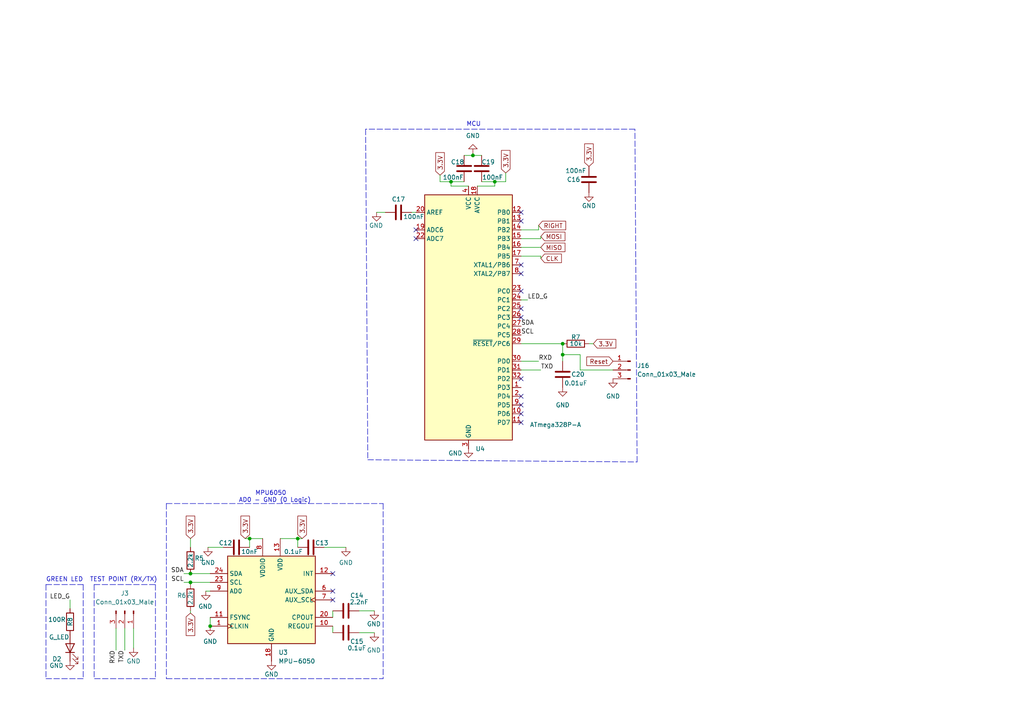
<source format=kicad_sch>
(kicad_sch (version 20211123) (generator eeschema)
  (paper "A4")
  (lib_symbols
    (symbol "Connector:Conn_01x03_Male" (pin_names (offset 1.016) hide)
      (property "Reference" "J" (at 0 5.08 0))
      (property "Value" "Conn_01x03_Male" (at 0 -5.08 0))
      (symbol "Conn_01x03_Male_1_1"
        (polyline (pts (xy 1.27 -2.54) (xy 0.8636 -2.54)) (stroke (width 0.1524)))
        (polyline (pts (xy 1.27 0) (xy 0.8636 0)) (stroke (width 0.1524)))
        (polyline (pts (xy 1.27 2.54) (xy 0.8636 2.54)) (stroke (width 0.1524)))
        (rectangle (start 0.8636 -2.413) (end 0 -2.667) (stroke (width 0.1524)) (fill (type outline)))
        (rectangle (start 0.8636 0.127) (end 0 -0.127) (stroke (width 0.1524)) (fill (type outline)))
        (rectangle (start 0.8636 2.667) (end 0 2.413) (stroke (width 0.1524)) (fill (type outline)))
        (pin passive line (at 5.08 2.54 180) (length 3.81) (name "Pin_1") (number "1"))
        (pin passive line (at 5.08 0 180) (length 3.81) (name "Pin_2") (number "2"))
        (pin passive line (at 5.08 -2.54 180) (length 3.81) (name "Pin_3") (number "3"))
      )
    )
    (symbol "Device:C" (pin_numbers hide) (pin_names (offset 0.254))
      (property "Reference" "C" (at 0.635 2.54 0))
      (property "Value" "C" (at 0.635 -2.54 0))
      (symbol "C_0_1"
        (polyline (pts (xy -2.032 -0.762) (xy 2.032 -0.762)) (stroke (width 0.508)))
        (polyline (pts (xy -2.032 0.762) (xy 2.032 0.762)) (stroke (width 0.508)))
      )
      (symbol "C_1_1"
        (pin passive line (at 0 3.81 270) (length 2.794) (name "~") (number "1"))
        (pin passive line (at 0 -3.81 90) (length 2.794) (name "~") (number "2"))
      )
    )
    (symbol "Device:LED" (pin_numbers hide) (pin_names (offset 1.016) hide)
      (property "Reference" "D" (at 0 2.54 0))
      (property "Value" "LED" (at 0 -2.54 0))
      (symbol "LED_0_1"
        (polyline (pts (xy -1.27 -1.27) (xy -1.27 1.27)) (stroke (width 0.254)))
        (polyline (pts (xy -1.27 0) (xy 1.27 0)))
        (polyline (pts (xy 1.27 -1.27) (xy 1.27 1.27) (xy -1.27 0) (xy 1.27 -1.27)) (stroke (width 0.254)))
        (polyline (pts (xy -3.048 -0.762) (xy -4.572 -2.286) (xy -3.81 -2.286) (xy -4.572 -2.286) (xy -4.572 -1.524)))
        (polyline (pts (xy -1.778 -0.762) (xy -3.302 -2.286) (xy -2.54 -2.286) (xy -3.302 -2.286) (xy -3.302 -1.524)))
      )
      (symbol "LED_1_1"
        (pin passive line (at -3.81 0 0) (length 2.54) (name "K") (number "1"))
        (pin passive line (at 3.81 0 180) (length 2.54) (name "A") (number "2"))
      )
    )
    (symbol "Device:R" (pin_numbers hide) (pin_names (offset 0))
      (property "Reference" "R" (at 2.032 0 90))
      (property "Value" "R" (at 0 0 90))
      (symbol "R_0_1"
        (rectangle (start -1.016 -2.54) (end 1.016 2.54) (stroke (width 0.254)))
      )
      (symbol "R_1_1"
        (pin passive line (at 0 3.81 270) (length 1.27) (name "~") (number "1"))
        (pin passive line (at 0 -3.81 90) (length 1.27) (name "~") (number "2"))
      )
    )
    (symbol "MCU_Microchip_ATmega:ATmega328P-A"
      (property "Reference" "U" (at -12.7 36.83 0))
      (property "Value" "ATmega328P-A" (at 2.54 -36.83 0))
      (symbol "ATmega328P-A_0_1"
        (rectangle (start -12.7 -35.56) (end 12.7 35.56) (stroke (width 0.254)) (fill (type background)))
      )
      (symbol "ATmega328P-A_1_1"
        (pin bidirectional line (at 15.24 -20.32 180) (length 2.54) (name "PD3") (number "1"))
        (pin bidirectional line (at 15.24 -27.94 180) (length 2.54) (name "PD6") (number "10"))
        (pin bidirectional line (at 15.24 -30.48 180) (length 2.54) (name "PD7") (number "11"))
        (pin bidirectional line (at 15.24 30.48 180) (length 2.54) (name "PB0") (number "12"))
        (pin bidirectional line (at 15.24 27.94 180) (length 2.54) (name "PB1") (number "13"))
        (pin bidirectional line (at 15.24 25.4 180) (length 2.54) (name "PB2") (number "14"))
        (pin bidirectional line (at 15.24 22.86 180) (length 2.54) (name "PB3") (number "15"))
        (pin bidirectional line (at 15.24 20.32 180) (length 2.54) (name "PB4") (number "16"))
        (pin bidirectional line (at 15.24 17.78 180) (length 2.54) (name "PB5") (number "17"))
        (pin power_in line (at 2.54 38.1 270) (length 2.54) (name "AVCC") (number "18"))
        (pin input line (at -15.24 25.4 0) (length 2.54) (name "ADC6") (number "19"))
        (pin bidirectional line (at 15.24 -22.86 180) (length 2.54) (name "PD4") (number "2"))
        (pin passive line (at -15.24 30.48 0) (length 2.54) (name "AREF") (number "20"))
        (pin passive line (at 0 -38.1 90) (length 2.54) hide (name "GND") (number "21"))
        (pin input line (at -15.24 22.86 0) (length 2.54) (name "ADC7") (number "22"))
        (pin bidirectional line (at 15.24 7.62 180) (length 2.54) (name "PC0") (number "23"))
        (pin bidirectional line (at 15.24 5.08 180) (length 2.54) (name "PC1") (number "24"))
        (pin bidirectional line (at 15.24 2.54 180) (length 2.54) (name "PC2") (number "25"))
        (pin bidirectional line (at 15.24 0 180) (length 2.54) (name "PC3") (number "26"))
        (pin bidirectional line (at 15.24 -2.54 180) (length 2.54) (name "PC4") (number "27"))
        (pin bidirectional line (at 15.24 -5.08 180) (length 2.54) (name "PC5") (number "28"))
        (pin bidirectional line (at 15.24 -7.62 180) (length 2.54) (name "~{RESET}/PC6") (number "29"))
        (pin power_in line (at 0 -38.1 90) (length 2.54) (name "GND") (number "3"))
        (pin bidirectional line (at 15.24 -12.7 180) (length 2.54) (name "PD0") (number "30"))
        (pin bidirectional line (at 15.24 -15.24 180) (length 2.54) (name "PD1") (number "31"))
        (pin bidirectional line (at 15.24 -17.78 180) (length 2.54) (name "PD2") (number "32"))
        (pin power_in line (at 0 38.1 270) (length 2.54) (name "VCC") (number "4"))
        (pin passive line (at 0 -38.1 90) (length 2.54) hide (name "GND") (number "5"))
        (pin passive line (at 0 38.1 270) (length 2.54) hide (name "VCC") (number "6"))
        (pin bidirectional line (at 15.24 15.24 180) (length 2.54) (name "XTAL1/PB6") (number "7"))
        (pin bidirectional line (at 15.24 12.7 180) (length 2.54) (name "XTAL2/PB7") (number "8"))
        (pin bidirectional line (at 15.24 -25.4 180) (length 2.54) (name "PD5") (number "9"))
      )
    )
    (symbol "Sensor_Motion:MPU-6050"
      (property "Reference" "U" (at -11.43 13.97 0))
      (property "Value" "MPU-6050" (at 7.62 -13.97 0))
      (symbol "MPU-6050_0_1"
        (rectangle (start -12.7 12.7) (end 12.7 -12.7) (stroke (width 0.254)) (fill (type background)))
      )
      (symbol "MPU-6050_1_1"
        (pin input clock (at -17.78 -7.62 0) (length 5.08) (name "CLKIN") (number "1"))
        (pin passive line (at 17.78 -7.62 180) (length 5.08) (name "REGOUT") (number "10"))
        (pin input line (at -17.78 -5.08 0) (length 5.08) (name "FSYNC") (number "11"))
        (pin output line (at 17.78 7.62 180) (length 5.08) (name "INT") (number "12"))
        (pin power_in line (at 2.54 17.78 270) (length 5.08) (name "VDD") (number "13"))
        (pin power_in line (at 0 -17.78 90) (length 5.08) (name "GND") (number "18"))
        (pin passive line (at 17.78 -5.08 180) (length 5.08) (name "CPOUT") (number "20"))
        (pin input line (at -17.78 5.08 0) (length 5.08) (name "SCL") (number "23"))
        (pin bidirectional line (at -17.78 7.62 0) (length 5.08) (name "SDA") (number "24"))
        (pin bidirectional line (at 17.78 2.54 180) (length 5.08) (name "AUX_SDA") (number "6"))
        (pin output clock (at 17.78 0 180) (length 5.08) (name "AUX_SCL") (number "7"))
        (pin power_in line (at -2.54 17.78 270) (length 5.08) (name "VDDIO") (number "8"))
        (pin input line (at -17.78 2.54 0) (length 5.08) (name "AD0") (number "9"))
      )
    )
    (symbol "power:GND" (power) (pin_names (offset 0))
      (property "Value" "GND" (at 0 -3.81 0))
      (symbol "GND_0_1"
        (polyline (pts (xy 0 0) (xy 0 -1.27) (xy 1.27 -1.27) (xy 0 -2.54) (xy -1.27 -1.27) (xy 0 -1.27)))
      )
      (symbol "GND_1_1"
        (pin power_in line (at 0 0 270) (length 0) hide (name "GND") (number "1"))
      )
    )
  )
  (junction (at 55.245 168.91))
  (junction (at 72.39 156.21))
  (junction (at 130.81 52.705))
  (junction (at 137.16 45.085))
  (junction (at 60.96 181.61))
  (junction (at 55.245 166.37))
  (junction (at 163.195 99.695))
  (junction (at 143.51 52.705))
  (junction (at 86.36 156.21))
  (junction (at 163.195 102.87))
  (no_connect (at 151.13 84.455))
  (no_connect (at 151.13 92.075))
  (no_connect (at 151.13 89.535))
  (no_connect (at 151.13 64.135))
  (no_connect (at 151.13 61.595))
  (no_connect (at 151.13 114.935))
  (no_connect (at 151.13 109.855))
  (no_connect (at 151.13 117.475))
  (no_connect (at 151.13 120.015))
  (no_connect (at 120.65 69.215))
  (no_connect (at 151.13 76.835))
  (no_connect (at 151.13 79.375))
  (no_connect (at 96.52 173.99))
  (no_connect (at 96.52 171.45))
  (no_connect (at 151.13 122.555))
  (no_connect (at 96.52 166.37))
  (no_connect (at 120.65 66.675))
  (wire (pts (xy 55.245 168.91) (xy 60.96 168.91)))
  (wire (pts (xy 151.13 74.295) (xy 156.845 74.295)))
  (wire (pts (xy 138.43 53.975) (xy 143.51 53.975)))
  (wire (pts (xy 163.195 102.87) (xy 163.195 104.775)))
  (wire (pts (xy 55.245 166.37) (xy 60.96 166.37)))
  (wire (pts (xy 137.16 45.085) (xy 139.7 45.085)))
  (wire (pts (xy 60.325 158.75) (xy 64.77 158.75)))
  (wire (pts (xy 151.13 99.695) (xy 163.195 99.695)))
  (polyline (pts (xy 48.26 196.85) (xy 111.125 196.85)))
  (polyline (pts (xy 106.68 133.35) (xy 184.785 133.985)))
  (wire (pts (xy 60.96 179.07) (xy 60.96 181.61)))
  (wire (pts (xy 172.085 99.695) (xy 170.815 99.695)))
  (wire (pts (xy 96.52 177.165) (xy 96.52 179.07)))
  (wire (pts (xy 36.195 182.245) (xy 36.195 188.595)))
  (wire (pts (xy 137.16 44.45) (xy 137.16 45.085)))
  (polyline (pts (xy 48.26 146.05) (xy 111.125 146.05)))
  (wire (pts (xy 151.13 86.995) (xy 153.035 86.995)))
  (wire (pts (xy 127.635 52.705) (xy 130.81 52.705)))
  (wire (pts (xy 163.195 102.87) (xy 168.275 102.87)))
  (wire (pts (xy 139.7 52.705) (xy 143.51 52.705)))
  (wire (pts (xy 119.38 61.595) (xy 120.65 61.595)))
  (polyline (pts (xy 184.785 133.985) (xy 184.15 37.465)))
  (wire (pts (xy 108.585 177.165) (xy 104.14 177.165)))
  (wire (pts (xy 151.13 69.215) (xy 156.845 69.215)))
  (polyline (pts (xy 13.335 169.545) (xy 24.13 169.545)))
  (wire (pts (xy 72.39 158.75) (xy 72.39 156.21)))
  (wire (pts (xy 72.39 156.21) (xy 76.2 156.21)))
  (wire (pts (xy 33.655 182.245) (xy 33.655 188.595)))
  (wire (pts (xy 109.22 61.595) (xy 111.76 61.595)))
  (wire (pts (xy 163.195 99.695) (xy 163.195 102.87)))
  (wire (pts (xy 151.13 104.775) (xy 156.21 104.775)))
  (wire (pts (xy 53.34 168.91) (xy 55.245 168.91)))
  (wire (pts (xy 135.89 53.975) (xy 130.81 53.975)))
  (wire (pts (xy 55.245 156.21) (xy 55.245 158.75)))
  (wire (pts (xy 81.28 156.21) (xy 86.36 156.21)))
  (polyline (pts (xy 13.335 169.545) (xy 13.335 196.85)))
  (wire (pts (xy 168.275 107.315) (xy 177.8 107.315)))
  (polyline (pts (xy 45.085 196.85) (xy 27.305 196.85)))
  (wire (pts (xy 20.32 173.99) (xy 20.32 176.53)))
  (polyline (pts (xy 106.045 37.465) (xy 106.68 133.35)))
  (wire (pts (xy 143.51 52.705) (xy 146.685 52.705)))
  (polyline (pts (xy 27.305 169.545) (xy 27.305 196.85)))
  (wire (pts (xy 156.21 66.675) (xy 156.21 65.405)))
  (polyline (pts (xy 24.13 196.85) (xy 13.335 196.85)))
  (wire (pts (xy 146.685 52.705) (xy 146.685 50.165)))
  (wire (pts (xy 156.845 74.295) (xy 156.845 74.93)))
  (wire (pts (xy 108.585 183.515) (xy 104.14 183.515)))
  (wire (pts (xy 127.635 50.8) (xy 127.635 52.705)))
  (wire (pts (xy 59.69 171.45) (xy 60.96 171.45)))
  (wire (pts (xy 130.81 52.705) (xy 134.62 52.705)))
  (wire (pts (xy 143.51 52.705) (xy 143.51 53.975)))
  (wire (pts (xy 151.13 71.755) (xy 156.845 71.755)))
  (wire (pts (xy 151.13 107.315) (xy 156.845 107.315)))
  (wire (pts (xy 38.735 187.96) (xy 38.735 182.245)))
  (wire (pts (xy 168.275 102.87) (xy 168.275 107.315)))
  (wire (pts (xy 134.62 45.085) (xy 137.16 45.085)))
  (wire (pts (xy 71.12 156.21) (xy 72.39 156.21)))
  (wire (pts (xy 55.245 177.8) (xy 55.245 177.165)))
  (wire (pts (xy 86.36 156.21) (xy 86.36 158.75)))
  (wire (pts (xy 55.245 169.545) (xy 55.245 168.91)))
  (polyline (pts (xy 45.085 169.545) (xy 45.085 196.85)))
  (wire (pts (xy 130.81 53.975) (xy 130.81 52.705)))
  (wire (pts (xy 151.13 66.675) (xy 156.21 66.675)))
  (wire (pts (xy 53.34 166.37) (xy 55.245 166.37)))
  (polyline (pts (xy 184.15 37.465) (xy 106.045 37.465)))
  (polyline (pts (xy 27.305 169.545) (xy 45.085 169.545)))
  (polyline (pts (xy 24.13 169.545) (xy 24.13 196.85)))
  (wire (pts (xy 156.845 69.215) (xy 156.845 68.58)))
  (polyline (pts (xy 111.125 146.05) (xy 111.125 196.85)))
  (polyline (pts (xy 48.26 146.05) (xy 48.26 196.85)))
  (wire (pts (xy 87.63 156.21) (xy 86.36 156.21)))
  (wire (pts (xy 100.33 158.75) (xy 93.98 158.75)))
  (wire (pts (xy 96.52 183.515) (xy 96.52 181.61)))
  (text "	MPU6050\nAD0 - GND (0 Logic)\n\n" (at 69.215 147.955 0) (effects (font (size 1.27 1.27)) (justify left bottom)))
  (text "MCU\n" (at 135.255 36.83 0) (effects (font (size 1.27 1.27)) (justify left bottom)))
  (text "GREEN LED\n" (at 13.335 168.91 0) (effects (font (size 1.27 1.27)) (justify left bottom)))
  (text "TEST POINT (RX/TX)" (at 26.035 168.91 0) (effects (font (size 1.27 1.27)) (justify left bottom)))
  (label "SDA" (at 53.34 166.37 180))
  (label "SCL" (at 53.34 168.91 180))
  (label "SDA" (at 151.13 94.615 0))
  (label "TXD" (at 156.845 107.315 0))
  (label "RXD" (at 33.655 188.595 270))
  (label "LED_G" (at 153.035 86.995 0))
  (label "SCL" (at 151.13 97.155 0))
  (label "TXD" (at 36.195 188.595 270))
  (label "RXD" (at 156.21 104.775 0))
  (label "LED_G" (at 20.32 173.99 180))
  (global_label "3.3V" (shape input) (at 172.085 99.695 0) (property "Intersheet References" "${INTERSHEET_REFS}" (effects hide)))
  (global_label "3.3V" (shape input) (at 71.12 156.21 90) (property "Intersheet References" "${INTERSHEET_REFS}" (effects hide)))
  (global_label "3.3V" (shape input) (at 87.63 156.21 90) (property "Intersheet References" "${INTERSHEET_REFS}" (effects hide)))
  (global_label "MOSI" (shape input) (at 156.845 68.58 0) (property "Intersheet References" "${INTERSHEET_REFS}" (effects hide)))
  (global_label "MISO" (shape input) (at 156.845 71.755 0) (property "Intersheet References" "${INTERSHEET_REFS}" (effects hide)))
  (global_label "CLK" (shape input) (at 156.845 74.93 0) (property "Intersheet References" "${INTERSHEET_REFS}" (effects hide)))
  (global_label "3.3V" (shape input) (at 170.815 48.26 90) (property "Intersheet References" "${INTERSHEET_REFS}" (effects hide)))
  (global_label "Reset" (shape input) (at 177.8 104.775 180) (property "Intersheet References" "${INTERSHEET_REFS}" (effects hide)))
  (global_label "3.3V" (shape input) (at 55.245 177.8 270) (property "Intersheet References" "${INTERSHEET_REFS}" (effects hide)))
  (global_label "3.3V" (shape input) (at 127.635 50.8 90) (property "Intersheet References" "${INTERSHEET_REFS}" (effects hide)))
  (global_label "RIGHT" (shape input) (at 156.21 65.405 0) (property "Intersheet References" "${INTERSHEET_REFS}" (effects hide)))
  (global_label "3.3V" (shape input) (at 146.685 50.165 90) (property "Intersheet References" "${INTERSHEET_REFS}" (effects hide)))
  (global_label "3.3V" (shape input) (at 55.245 156.21 90) (property "Intersheet References" "${INTERSHEET_REFS}" (effects hide)))
  (symbol (lib_id "Device:C") (at 134.62 48.895 180) (unit 1)
    (property "Reference" "C18" (at 132.715 46.99 0))
    (property "Value" "100nF" (at 131.445 51.435 0))
    (property "Footprint" "Capacitor_SMD:C_0603_1608Metric" (effects hide))
  )
  (symbol (lib_id "Device:C") (at 68.58 158.75 90) (unit 1)
    (property "Reference" "C12" (at 65.405 157.48 90))
    (property "Value" "10nF" (at 72.39 160.02 90))
    (property "Footprint" "Capacitor_SMD:C_0603_1608Metric" (effects hide))
  )
  (symbol (lib_id "Device:C") (at 100.33 183.515 90) (unit 1)
    (property "Reference" "C15" (at 103.505 186.055 90))
    (property "Value" "0.1uF" (at 103.505 187.96 90))
    (property "Footprint" "Capacitor_SMD:C_0603_1608Metric" (effects hide))
  )
  (symbol (lib_id "power:GND") (at 60.325 158.75 0) (unit 1)
    (property "Reference" "#PWR025" (effects hide))
    (property "Value" "GND" (at 60.325 163.195 0))
  )
  (symbol (lib_id "power:GND") (at 135.89 130.175 0) (unit 1)
    (property "Reference" "#PWR032" (effects hide))
    (property "Value" "GND" (at 132.08 131.445 0))
  )
  (symbol (lib_id "power:GND") (at 100.33 158.75 0) (unit 1)
    (property "Reference" "#PWR027" (effects hide))
    (property "Value" "GND" (at 100.33 163.195 0))
  )
  (symbol (lib_id "MCU_Microchip_ATmega:ATmega328P-A") (at 135.89 92.075 0) (unit 1)
    (property "Reference" "U4" (at 137.9094 130.175 0) (effects (justify left)))
    (property "Value" "ATmega328P-A" (at 153.67 123.19 0) (effects (justify left)))
    (property "Footprint" "Package_QFP:TQFP-32_7x7mm_P0.8mm" (effects hide))
    (property "Datasheet" "http://ww1.microchip.com/downloads/en/DeviceDoc/ATmega328_P%20AVR%20MCU%20with%20picoPower%20Technology%20Data%20Sheet%2040001984A.pdf" (effects hide))
  )
  (symbol (lib_id "power:GND") (at 108.585 177.165 0) (unit 1)
    (property "Reference" "#PWR028" (effects hide))
    (property "Value" "GND" (at 110.49 180.975 0) (effects (justify right)))
  )
  (symbol (lib_id "power:GND") (at 20.32 191.77 0) (unit 1)
    (property "Reference" "#PWR038" (effects hide))
    (property "Value" "GND" (at 18.415 193.04 0) (effects (justify right)))
  )
  (symbol (lib_id "Device:C") (at 163.195 108.585 0) (unit 1)
    (property "Reference" "C20" (at 167.64 108.585 0))
    (property "Value" "0.01uF" (at 167.005 111.125 0))
    (property "Footprint" "Capacitor_SMD:C_0603_1608Metric" (effects hide))
  )
  (symbol (lib_id "Device:C") (at 90.17 158.75 90) (unit 1)
    (property "Reference" "C13" (at 93.345 157.48 90))
    (property "Value" "0.1uF" (at 85.09 160.02 90))
    (property "Footprint" "Capacitor_SMD:C_0603_1608Metric" (effects hide))
  )
  (symbol (lib_id "power:GND") (at 170.815 55.88 0) (unit 1)
    (property "Reference" "#PWR031" (effects hide))
    (property "Value" "GND" (at 170.815 59.69 0))
  )
  (symbol (lib_id "power:GND") (at 109.22 61.595 0) (unit 1)
    (property "Reference" "#PWR030" (effects hide))
    (property "Value" "GND" (at 111.125 65.405 0) (effects (justify right)))
  )
  (symbol (lib_id "power:GND") (at 38.735 187.96 0) (unit 1)
    (property "Reference" "#PWR0113" (effects hide))
    (property "Value" "GND" (at 38.735 191.77 0))
  )
  (symbol (lib_id "Device:LED") (at 20.32 187.96 90) (unit 1)
    (property "Reference" "D2" (at 16.51 191.135 90))
    (property "Value" "G_LED" (at 17.145 184.785 90))
    (property "Footprint" "LED_SMD:LED_0603_1608Metric" (effects hide))
  )
  (symbol (lib_id "Device:R") (at 55.245 173.355 180) (unit 1)
    (property "Reference" "R6" (at 52.705 172.72 0))
    (property "Value" "2.2k" (at 55.245 173.355 90))
    (property "Footprint" "Resistor_SMD:R_0603_1608Metric" (effects hide))
  )
  (symbol (lib_id "Sensor_Motion:MPU-6050") (at 78.74 173.99 0) (unit 1)
    (property "Reference" "U3" (at 80.7594 189.23 0) (effects (justify left)))
    (property "Value" "MPU-6050" (at 80.7594 191.77 0) (effects (justify left)))
    (property "Footprint" "Sensor_Motion:InvenSense_QFN-24_4x4mm_P0.5mm" (effects hide))
    (property "Datasheet" "https://store.invensense.com/datasheets/invensense/MPU-6050_DataSheet_V3%204.pdf" (effects hide))
  )
  (symbol (lib_id "Device:C") (at 139.7 48.895 180) (unit 1)
    (property "Reference" "C19" (at 141.605 46.99 0))
    (property "Value" "100nF" (at 142.875 51.435 0))
    (property "Footprint" "Capacitor_SMD:C_0603_1608Metric" (effects hide))
  )
  (symbol (lib_id "Device:C") (at 115.57 61.595 90) (unit 1)
    (property "Reference" "C17" (at 115.57 57.785 90))
    (property "Value" "100nF" (at 120.015 62.865 90))
    (property "Footprint" "Capacitor_SMD:C_0603_1608Metric" (effects hide))
  )
  (symbol (lib_id "Device:R") (at 167.005 99.695 90) (unit 1)
    (property "Reference" "R7" (at 167.005 97.79 90))
    (property "Value" "10k" (at 167.005 99.695 90))
    (property "Footprint" "Resistor_SMD:R_0603_1608Metric" (effects hide))
  )
  (symbol (lib_id "power:GND") (at 59.69 171.45 0) (unit 1)
    (property "Reference" "#PWR023" (effects hide))
    (property "Value" "GND" (at 61.595 175.895 0) (effects (justify right)))
  )
  (symbol (lib_id "power:GND") (at 177.8 109.855 0) (unit 1)
    (property "Reference" "#PWR0107" (effects hide))
    (property "Value" "GND" (at 177.8 114.935 0))
  )
  (symbol (lib_id "Device:C") (at 170.815 52.07 0) (unit 1)
    (property "Reference" "C16" (at 166.37 52.07 0))
    (property "Value" "100nF" (at 167.005 49.53 0))
    (property "Footprint" "Capacitor_SMD:C_0603_1608Metric" (effects hide))
  )
  (symbol (lib_id "power:GND") (at 78.74 191.77 0) (unit 1)
    (property "Reference" "#PWR026" (effects hide))
    (property "Value" "GND" (at 78.74 195.58 0))
  )
  (symbol (lib_id "power:GND") (at 163.195 112.395 0) (unit 1)
    (property "Reference" "#PWR0101" (effects hide))
    (property "Value" "GND" (at 163.195 117.475 0))
  )
  (symbol (lib_id "Device:R") (at 55.245 162.56 180) (unit 1)
    (property "Reference" "R5" (at 57.785 161.925 0))
    (property "Value" "2.2k" (at 55.245 162.56 90))
    (property "Footprint" "Resistor_SMD:R_0603_1608Metric" (effects hide))
  )
  (symbol (lib_id "Device:C") (at 100.33 177.165 90) (unit 1)
    (property "Reference" "C14" (at 103.505 172.72 90))
    (property "Value" "2.2nF" (at 104.14 174.625 90))
    (property "Footprint" "Capacitor_SMD:C_0603_1608Metric" (effects hide))
  )
  (symbol (lib_id "power:GND") (at 60.96 181.61 0) (unit 1)
    (property "Reference" "#PWR024" (effects hide))
    (property "Value" "GND" (at 60.96 186.055 0))
  )
  (symbol (lib_id "Connector:Conn_01x03_Male") (at 36.195 177.165 270) (unit 1)
    (property "Reference" "J3" (at 36.195 172.085 90))
    (property "Value" "Conn_01x03_Male" (at 36.195 174.625 90))
    (property "Footprint" "Connector_PinHeader_2.54mm:PinHeader_1x03_P2.54mm_Vertical" (effects hide))
  )
  (symbol (lib_id "power:GND") (at 108.585 183.515 0) (unit 1)
    (property "Reference" "#PWR029" (effects hide))
    (property "Value" "GND" (at 110.49 188.595 0) (effects (justify right)))
  )
  (symbol (lib_id "Connector:Conn_01x03_Male") (at 182.88 107.315 0) (mirror y) (unit 1)
    (property "Reference" "J16" (at 184.785 106.0449 0) (effects (justify right)))
    (property "Value" "Conn_01x03_Male" (at 184.785 108.5849 0) (effects (justify right)))
    (property "Footprint" "Connector_PinHeader_2.54mm:PinHeader_1x03_P2.54mm_Vertical" (effects hide))
  )
  (symbol (lib_id "Device:R") (at 20.32 180.34 0) (unit 1)
    (property "Reference" "R8" (at 20.32 180.34 90))
    (property "Value" "100R" (at 16.51 179.705 0))
    (property "Footprint" "Resistor_SMD:R_0603_1608Metric" (effects hide))
  )
  (symbol (lib_id "power:GND") (at 137.16 44.45 180) (unit 1)
    (property "Reference" "#PWR033" (effects hide))
    (property "Value" "GND" (at 137.16 39.37 0))
  )
)
</source>
